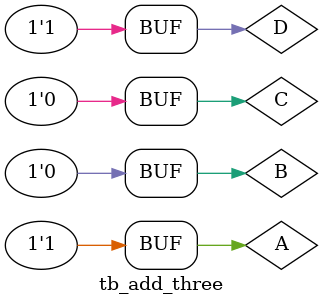
<source format=v>
`timescale  1ns / 1ps//时间单位与时间精度

module tb_add_three();//testbench模块

    // testbench的控制信号
    parameter PERIOD  = 5;//时钟的周期10ns

    //输入信号
    reg   A;
    reg   B;
    reg   C;
    reg   D;

    //输出信号
    wire  W;
    wire  X;
    wire  Y;
    wire  Z;

    //定义激励信号
    initial
    begin
        A=1'b0;
        #(PERIOD*8) A=1'b1;
    end

    initial
    begin
        B=1'b0;
        #(PERIOD*4) B=1'b1;
        #(PERIOD*4) B=1'b0;
    end    

    initial 
    begin
        C=1'b0;
        #(PERIOD*2) C=1'b1;
        #(PERIOD*2) C=1'b0;
        #(PERIOD*2) C=1'b1;
        #(PERIOD*2) C=1'b0;
    end

    initial
    begin
        D=1'b0;
        #(PERIOD) D=1'b1;
        #(PERIOD) D=1'b0;
        #(PERIOD) D=1'b1;
        #(PERIOD) D=1'b0;
        #(PERIOD) D=1'b1;
        #(PERIOD) D=1'b0;
        #(PERIOD) D=1'b1;
        #(PERIOD) D=1'b0;
        #(PERIOD) D=1'b1;
    end    
    //实例化被测试模块
    add_three  test_add_three (
        .A ( A ),
        .B ( B ),
        .C ( C ),
        .D ( D ),

        .W ( W ),
        .X ( X ),
        .Y ( Y ),
        .Z ( Z )
    );

endmodule
</source>
